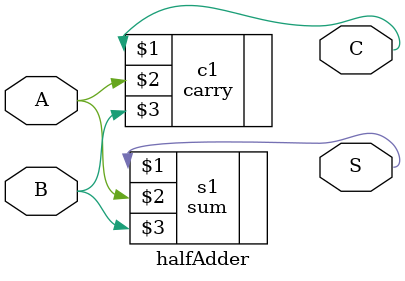
<source format=v>
module halfAdder(S, C, A, B);
input A, B;
output S, C;

sum s1(S, A, B);
carry c1(C, A, B);

endmodule

</source>
